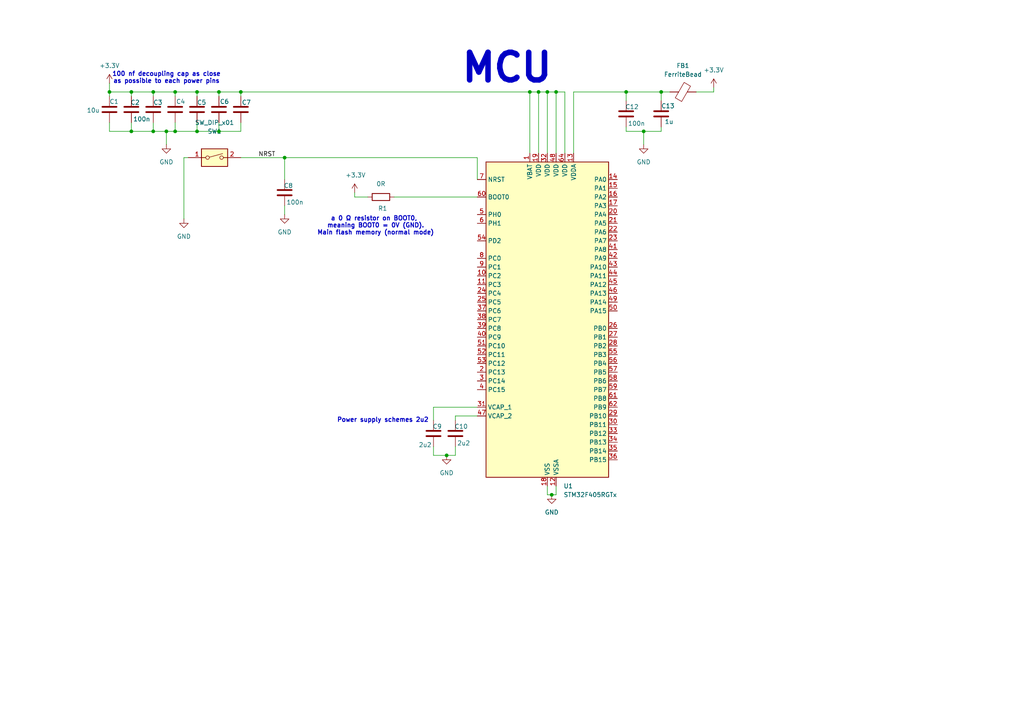
<source format=kicad_sch>
(kicad_sch (version 20250114) (generator "eeschema") (generator_version "9.0")
  (paper "A4")
  (lib_symbols
    (symbol "Device:C" (pin_numbers (hide yes)) (pin_names (offset 0.254))
      (property "Reference" "C" (at 0.635 2.54 0))
      (property "Value" "C" (at 0.635 -2.54 0))
      (symbol "C_0_1"
        (polyline (pts (xy -2.032 0.762) (xy 2.032 0.762)) (stroke (width 0.508)))
        (polyline (pts (xy -2.032 -0.762) (xy 2.032 -0.762)) (stroke (width 0.508)))
      )
      (symbol "C_1_1"
        (pin passive line (at 0 3.81 270) (length 2.794) (name "~") (number "1"))
        (pin passive line (at 0 -3.81 90) (length 2.794) (name "~") (number "2"))
      )
    )
    (symbol "Device:FerriteBead" (pin_numbers (hide yes)) (pin_names (offset 0))
      (property "Reference" "FB" (at -3.81 0.635 90))
      (property "Value" "FerriteBead" (at 3.81 0 90))
      (symbol "FerriteBead_0_1"
        (polyline (pts (xy -2.7686 0.4064) (xy -1.7018 2.2606) (xy 2.7686 -0.3048) (xy 1.6764 -2.159) (xy -2.7686 0.4064)))
        (polyline (pts (xy 0 1.27) (xy 0 1.2954)))
        (polyline (pts (xy 0 -1.27) (xy 0 -1.2192)))
      )
      (symbol "FerriteBead_1_1"
        (pin passive line (at 0 3.81 270) (length 2.54) (name "~") (number "1"))
        (pin passive line (at 0 -3.81 90) (length 2.54) (name "~") (number "2"))
      )
    )
    (symbol "Device:R" (pin_numbers (hide yes)) (pin_names (offset 0))
      (property "Reference" "R" (at 2.032 0 90))
      (property "Value" "R" (at 0 0 90))
      (symbol "R_0_1"
        (rectangle (start -1.016 -2.54) (end 1.016 2.54) (stroke (width 0.254)))
      )
      (symbol "R_1_1"
        (pin passive line (at 0 3.81 270) (length 1.27) (name "~") (number "1"))
        (pin passive line (at 0 -3.81 90) (length 1.27) (name "~") (number "2"))
      )
    )
    (symbol "MCU_ST_STM32F4:STM32F405RGTx"
      (property "Reference" "U" (at -17.78 46.99 0))
      (property "Value" "STM32F405RGTx" (at 10.16 46.99 0))
      (symbol "STM32F405RGTx_0_1"
        (rectangle (start -17.78 -45.72) (end 17.78 45.72) (stroke (width 0.254)) (fill (type background)))
      )
      (symbol "STM32F405RGTx_1_1"
        (pin input line (at -20.32 40.64 0) (length 2.54) (name "NRST") (number "7"))
        (pin input line (at -20.32 35.56 0) (length 2.54) (name "BOOT0") (number "60"))
        (pin bidirectional line (at -20.32 30.48 0) (length 2.54) (name "PH0") (number "5"))
        (pin bidirectional line (at -20.32 27.94 0) (length 2.54) (name "PH1") (number "6"))
        (pin bidirectional line (at -20.32 22.86 0) (length 2.54) (name "PD2") (number "54"))
        (pin bidirectional line (at -20.32 17.78 0) (length 2.54) (name "PC0") (number "8"))
        (pin bidirectional line (at -20.32 15.24 0) (length 2.54) (name "PC1") (number "9"))
        (pin bidirectional line (at -20.32 12.7 0) (length 2.54) (name "PC2") (number "10"))
        (pin bidirectional line (at -20.32 10.16 0) (length 2.54) (name "PC3") (number "11"))
        (pin bidirectional line (at -20.32 7.62 0) (length 2.54) (name "PC4") (number "24"))
        (pin bidirectional line (at -20.32 5.08 0) (length 2.54) (name "PC5") (number "25"))
        (pin bidirectional line (at -20.32 2.54 0) (length 2.54) (name "PC6") (number "37"))
        (pin bidirectional line (at -20.32 0 0) (length 2.54) (name "PC7") (number "38"))
        (pin bidirectional line (at -20.32 -2.54 0) (length 2.54) (name "PC8") (number "39"))
        (pin bidirectional line (at -20.32 -5.08 0) (length 2.54) (name "PC9") (number "40"))
        (pin bidirectional line (at -20.32 -7.62 0) (length 2.54) (name "PC10") (number "51"))
        (pin bidirectional line (at -20.32 -10.16 0) (length 2.54) (name "PC11") (number "52"))
        (pin bidirectional line (at -20.32 -12.7 0) (length 2.54) (name "PC12") (number "53"))
        (pin bidirectional line (at -20.32 -15.24 0) (length 2.54) (name "PC13") (number "2"))
        (pin bidirectional line (at -20.32 -17.78 0) (length 2.54) (name "PC14") (number "3"))
        (pin bidirectional line (at -20.32 -20.32 0) (length 2.54) (name "PC15") (number "4"))
        (pin power_out line (at -20.32 -25.4 0) (length 2.54) (name "VCAP_1") (number "31"))
        (pin power_out line (at -20.32 -27.94 0) (length 2.54) (name "VCAP_2") (number "47"))
        (pin power_in line (at -5.08 48.26 270) (length 2.54) (name "VBAT") (number "1"))
        (pin power_in line (at -2.54 48.26 270) (length 2.54) (name "VDD") (number "19"))
        (pin power_in line (at 0 48.26 270) (length 2.54) (name "VDD") (number "32"))
        (pin power_in line (at 0 -48.26 90) (length 2.54) (name "VSS") (number "18"))
        (pin passive line (at 0 -48.26 90) (length 2.54) (hide yes) (name "VSS") (number "63"))
        (pin power_in line (at 2.54 48.26 270) (length 2.54) (name "VDD") (number "48"))
        (pin power_in line (at 2.54 -48.26 90) (length 2.54) (name "VSSA") (number "12"))
        (pin power_in line (at 5.08 48.26 270) (length 2.54) (name "VDD") (number "64"))
        (pin power_in line (at 7.62 48.26 270) (length 2.54) (name "VDDA") (number "13"))
        (pin bidirectional line (at 20.32 40.64 180) (length 2.54) (name "PA0") (number "14"))
        (pin bidirectional line (at 20.32 38.1 180) (length 2.54) (name "PA1") (number "15"))
        (pin bidirectional line (at 20.32 35.56 180) (length 2.54) (name "PA2") (number "16"))
        (pin bidirectional line (at 20.32 33.02 180) (length 2.54) (name "PA3") (number "17"))
        (pin bidirectional line (at 20.32 30.48 180) (length 2.54) (name "PA4") (number "20"))
        (pin bidirectional line (at 20.32 27.94 180) (length 2.54) (name "PA5") (number "21"))
        (pin bidirectional line (at 20.32 25.4 180) (length 2.54) (name "PA6") (number "22"))
        (pin bidirectional line (at 20.32 22.86 180) (length 2.54) (name "PA7") (number "23"))
        (pin bidirectional line (at 20.32 20.32 180) (length 2.54) (name "PA8") (number "41"))
        (pin bidirectional line (at 20.32 17.78 180) (length 2.54) (name "PA9") (number "42"))
        (pin bidirectional line (at 20.32 15.24 180) (length 2.54) (name "PA10") (number "43"))
        (pin bidirectional line (at 20.32 12.7 180) (length 2.54) (name "PA11") (number "44"))
        (pin bidirectional line (at 20.32 10.16 180) (length 2.54) (name "PA12") (number "45"))
        (pin bidirectional line (at 20.32 7.62 180) (length 2.54) (name "PA13") (number "46"))
        (pin bidirectional line (at 20.32 5.08 180) (length 2.54) (name "PA14") (number "49"))
        (pin bidirectional line (at 20.32 2.54 180) (length 2.54) (name "PA15") (number "50"))
        (pin bidirectional line (at 20.32 -2.54 180) (length 2.54) (name "PB0") (number "26"))
        (pin bidirectional line (at 20.32 -5.08 180) (length 2.54) (name "PB1") (number "27"))
        (pin bidirectional line (at 20.32 -7.62 180) (length 2.54) (name "PB2") (number "28"))
        (pin bidirectional line (at 20.32 -10.16 180) (length 2.54) (name "PB3") (number "55"))
        (pin bidirectional line (at 20.32 -12.7 180) (length 2.54) (name "PB4") (number "56"))
        (pin bidirectional line (at 20.32 -15.24 180) (length 2.54) (name "PB5") (number "57"))
        (pin bidirectional line (at 20.32 -17.78 180) (length 2.54) (name "PB6") (number "58"))
        (pin bidirectional line (at 20.32 -20.32 180) (length 2.54) (name "PB7") (number "59"))
        (pin bidirectional line (at 20.32 -22.86 180) (length 2.54) (name "PB8") (number "61"))
        (pin bidirectional line (at 20.32 -25.4 180) (length 2.54) (name "PB9") (number "62"))
        (pin bidirectional line (at 20.32 -27.94 180) (length 2.54) (name "PB10") (number "29"))
        (pin bidirectional line (at 20.32 -30.48 180) (length 2.54) (name "PB11") (number "30"))
        (pin bidirectional line (at 20.32 -33.02 180) (length 2.54) (name "PB12") (number "33"))
        (pin bidirectional line (at 20.32 -35.56 180) (length 2.54) (name "PB13") (number "34"))
        (pin bidirectional line (at 20.32 -38.1 180) (length 2.54) (name "PB14") (number "35"))
        (pin bidirectional line (at 20.32 -40.64 180) (length 2.54) (name "PB15") (number "36"))
      )
    )
    (symbol "Switch:SW_DIP_x01" (pin_names (offset 0) (hide yes))
      (property "Reference" "SW" (at 0 3.81 0))
      (property "Value" "SW_DIP_x01" (at 0 -3.81 0))
      (symbol "SW_DIP_x01_0_0"
        (circle (center -2.032 0) (radius 0.508))
        (polyline (pts (xy -1.524 0.127) (xy 2.3622 1.1684)))
        (circle (center 2.032 0) (radius 0.508))
      )
      (symbol "SW_DIP_x01_0_1"
        (rectangle (start -3.81 2.54) (end 3.81 -2.54) (stroke (width 0.254)) (fill (type background)))
      )
      (symbol "SW_DIP_x01_1_1"
        (pin passive line (at -7.62 0 0) (length 5.08) (name "~") (number "1"))
        (pin passive line (at 7.62 0 180) (length 5.08) (name "~") (number "2"))
      )
    )
    (symbol "power:+3.3V" (power) (pin_numbers (hide yes)) (pin_names (offset 0) (hide yes))
      (property "Value" "+3.3V" (at 0 3.556 0))
      (symbol "+3.3V_0_1"
        (polyline (pts (xy -0.762 1.27) (xy 0 2.54)))
        (polyline (pts (xy 0 2.54) (xy 0.762 1.27)))
        (polyline (pts (xy 0 0) (xy 0 2.54)))
      )
      (symbol "+3.3V_1_1"
        (pin power_in line (at 0 0 90) (length 0) (name "~") (number "1"))
      )
    )
    (symbol "power:GND" (power) (pin_numbers (hide yes)) (pin_names (offset 0) (hide yes))
      (property "Value" "GND" (at 0 -3.81 0))
      (symbol "GND_0_1"
        (polyline (pts (xy 0 0) (xy 0 -1.27) (xy 1.27 -1.27) (xy 0 -2.54) (xy -1.27 -1.27) (xy 0 -1.27)))
      )
      (symbol "GND_1_1"
        (pin power_in line (at 0 0 270) (length 0) (name "~") (number "1"))
      )
    )
  )
  (text "100 nf decoupling cap as close \nas possible to each power pins " (at 48.768 22.606 0) (effects (font (size 1.27 1.27) (thickness 0.254) (bold yes))))
  (text "a 0 Ω resistor on BOOT0, \nmeaning BOOT0 = 0V (GND).\nMain flash memory (normal mode)" (at 108.966 65.532 0) (effects (font (size 1.27 1.27) (thickness 0.254) (bold yes))))
  (text "Power supply schemes 2u2  " (at 112.014 121.92 0) (effects (font (size 1.27 1.27) (thickness 0.254) (bold yes))))
  (text "MCU" (at 147.066 19.812 0) (effects (font (size 8 8) (thickness 1.6) (bold yes))))
  (junction (at 186.69 38.1))
  (junction (at 38.1 38.1))
  (junction (at 44.45 26.67))
  (junction (at 57.15 38.1))
  (junction (at 160.02 143.51))
  (junction (at 158.75 26.67))
  (junction (at 50.8 26.67))
  (junction (at 181.61 26.67))
  (junction (at 153.67 26.67))
  (junction (at 69.85 26.67))
  (junction (at 57.15 26.67))
  (junction (at 82.55 45.72))
  (junction (at 38.1 26.67))
  (junction (at 63.5 26.67))
  (junction (at 129.54 132.08))
  (junction (at 44.45 38.1))
  (junction (at 156.21 26.67))
  (junction (at 161.29 26.67))
  (junction (at 191.77 26.67))
  (junction (at 31.75 26.67))
  (junction (at 48.26 38.1))
  (junction (at 63.5 38.1))
  (junction (at 50.8 38.1))
  (wire (pts (xy 201.93 26.67) (xy 207.01 26.67)))
  (wire (pts (xy 44.45 26.67) (xy 50.8 26.67)))
  (wire (pts (xy 48.26 38.1) (xy 48.26 41.91)))
  (wire (pts (xy 153.67 26.67) (xy 156.21 26.67)))
  (wire (pts (xy 82.55 45.72) (xy 82.55 52.07)))
  (wire (pts (xy 181.61 29.21) (xy 181.61 26.67)))
  (wire (pts (xy 125.73 129.54) (xy 125.73 132.08)))
  (wire (pts (xy 132.08 132.08) (xy 129.54 132.08)))
  (wire (pts (xy 57.15 26.67) (xy 63.5 26.67)))
  (wire (pts (xy 166.37 26.67) (xy 166.37 44.45)))
  (wire (pts (xy 114.3 57.15) (xy 138.43 57.15)))
  (wire (pts (xy 186.69 38.1) (xy 191.77 38.1)))
  (wire (pts (xy 166.37 26.67) (xy 181.61 26.67)))
  (wire (pts (xy 181.61 38.1) (xy 186.69 38.1)))
  (wire (pts (xy 153.67 26.67) (xy 153.67 44.45)))
  (wire (pts (xy 191.77 38.1) (xy 191.77 36.83)))
  (wire (pts (xy 125.73 118.11) (xy 125.73 121.92)))
  (wire (pts (xy 82.55 45.72) (xy 138.43 45.72)))
  (wire (pts (xy 69.85 26.67) (xy 153.67 26.67)))
  (wire (pts (xy 161.29 143.51) (xy 160.02 143.51)))
  (wire (pts (xy 138.43 118.11) (xy 125.73 118.11)))
  (wire (pts (xy 156.21 26.67) (xy 156.21 44.45)))
  (wire (pts (xy 181.61 36.83) (xy 181.61 38.1)))
  (wire (pts (xy 138.43 120.65) (xy 132.08 120.65)))
  (wire (pts (xy 48.26 38.1) (xy 50.8 38.1)))
  (wire (pts (xy 181.61 26.67) (xy 191.77 26.67)))
  (wire (pts (xy 63.5 35.56) (xy 63.5 38.1)))
  (wire (pts (xy 50.8 27.94) (xy 50.8 26.67)))
  (wire (pts (xy 63.5 26.67) (xy 69.85 26.67)))
  (wire (pts (xy 50.8 35.56) (xy 50.8 38.1)))
  (wire (pts (xy 158.75 26.67) (xy 161.29 26.67)))
  (wire (pts (xy 54.61 45.72) (xy 53.34 45.72)))
  (wire (pts (xy 57.15 27.94) (xy 57.15 26.67)))
  (wire (pts (xy 158.75 26.67) (xy 158.75 44.45)))
  (wire (pts (xy 69.85 45.72) (xy 82.55 45.72)))
  (wire (pts (xy 158.75 140.97) (xy 158.75 143.51)))
  (wire (pts (xy 57.15 35.56) (xy 57.15 38.1)))
  (wire (pts (xy 63.5 38.1) (xy 69.85 38.1)))
  (wire (pts (xy 63.5 27.94) (xy 63.5 26.67)))
  (wire (pts (xy 156.21 26.67) (xy 158.75 26.67)))
  (wire (pts (xy 44.45 38.1) (xy 48.26 38.1)))
  (wire (pts (xy 102.87 55.88) (xy 102.87 57.15)))
  (wire (pts (xy 31.75 35.56) (xy 31.75 38.1)))
  (wire (pts (xy 82.55 59.69) (xy 82.55 62.23)))
  (wire (pts (xy 69.85 27.94) (xy 69.85 26.67)))
  (wire (pts (xy 138.43 45.72) (xy 138.43 52.07)))
  (wire (pts (xy 161.29 26.67) (xy 163.83 26.67)))
  (wire (pts (xy 44.45 27.94) (xy 44.45 26.67)))
  (wire (pts (xy 125.73 132.08) (xy 129.54 132.08)))
  (wire (pts (xy 132.08 129.54) (xy 132.08 132.08)))
  (wire (pts (xy 158.75 143.51) (xy 160.02 143.51)))
  (wire (pts (xy 163.83 26.67) (xy 163.83 44.45)))
  (wire (pts (xy 57.15 38.1) (xy 63.5 38.1)))
  (wire (pts (xy 44.45 35.56) (xy 44.45 38.1)))
  (wire (pts (xy 31.75 38.1) (xy 38.1 38.1)))
  (wire (pts (xy 191.77 26.67) (xy 191.77 29.21)))
  (wire (pts (xy 186.69 38.1) (xy 186.69 41.91)))
  (wire (pts (xy 207.01 25.4) (xy 207.01 26.67)))
  (wire (pts (xy 31.75 26.67) (xy 38.1 26.67)))
  (wire (pts (xy 53.34 45.72) (xy 53.34 63.5)))
  (wire (pts (xy 132.08 120.65) (xy 132.08 121.92)))
  (wire (pts (xy 50.8 26.67) (xy 57.15 26.67)))
  (wire (pts (xy 38.1 26.67) (xy 44.45 26.67)))
  (wire (pts (xy 50.8 38.1) (xy 57.15 38.1)))
  (wire (pts (xy 161.29 140.97) (xy 161.29 143.51)))
  (wire (pts (xy 31.75 24.13) (xy 31.75 26.67)))
  (wire (pts (xy 69.85 38.1) (xy 69.85 35.56)))
  (wire (pts (xy 191.77 26.67) (xy 194.31 26.67)))
  (wire (pts (xy 31.75 27.94) (xy 31.75 26.67)))
  (wire (pts (xy 38.1 35.56) (xy 38.1 38.1)))
  (wire (pts (xy 38.1 27.94) (xy 38.1 26.67)))
  (wire (pts (xy 38.1 38.1) (xy 44.45 38.1)))
  (wire (pts (xy 106.68 57.15) (xy 102.87 57.15)))
  (wire (pts (xy 161.29 26.67) (xy 161.29 44.45)))
  (label "NRST" (at 74.93 45.72 0) (effects (font (thickness 0.1588))))
  (symbol (lib_id "Device:C") (at 132.08 125.73 0) (unit 1)
    (property "Reference" "C10" (at 131.826 123.698 0) (effects (justify left)))
    (property "Value" "2u2" (at 132.588 128.524 0) (effects (justify left)))
    (property "Description" "Unpolarized capacitor" (effects (hide yes)))
  )
  (symbol (lib_id "Device:C") (at 44.45 31.75 0) (unit 1)
    (property "Reference" "C3" (at 44.45 29.718 0) (effects (justify left)))
    (property "Value" "100n" (effects (hide yes)))
    (property "Description" "Unpolarized capacitor" (effects (hide yes)))
  )
  (symbol (lib_id "power:GND") (at 186.69 41.91 0) (unit 1)
    (property "Reference" "#PWR09" (effects (hide yes)))
    (property "Value" "GND" (at 186.69 46.99 0))
    (property "Description" "Power symbol creates a global label with name \"GND\" , ground" (effects (hide yes)))
  )
  (symbol (lib_id "Switch:SW_DIP_x01") (at 62.23 45.72 0) (unit 1)
    (property "Reference" "SW1" (at 62.23 38.1 0))
    (property "Value" "SW_DIP_x01" (at 62.23 35.56 0))
    (property "Description" "1x DIP Switch, Single Pole Single Throw (SPST) switch, small symbol" (effects (hide yes)))
  )
  (symbol (lib_id "MCU_ST_STM32F4:STM32F405RGTx") (at 158.75 92.71 0) (unit 1)
    (property "Reference" "U1" (at 163.4333 140.97 0) (effects (justify left)))
    (property "Value" "STM32F405RGTx" (at 163.4333 143.51 0) (effects (justify left)))
    (property "Footprint" "Package_QFP:LQFP-64_10x10mm_P0.5mm" (effects (hide yes)))
    (property "Datasheet" "https://www.st.com/resource/en/datasheet/stm32f405rg.pdf" (effects (hide yes)))
    (property "Description" "STMicroelectronics Arm Cortex-M4 MCU, 1024KB flash, 192KB RAM, 168 MHz, 1.8-3.6V, 51 GPIO, LQFP64" (effects (hide yes)))
  )
  (symbol (lib_id "Device:C") (at 191.77 33.02 0) (unit 1)
    (property "Reference" "C13" (at 191.77 30.734 0) (effects (justify left)))
    (property "Value" "1u" (at 192.786 35.306 0) (effects (justify left)))
    (property "Description" "Unpolarized capacitor" (effects (hide yes)))
  )
  (symbol (lib_id "Device:FerriteBead") (at 198.12 26.67 90) (unit 1)
    (property "Reference" "FB1" (at 198.0692 19.05 90))
    (property "Value" "FerriteBead" (at 198.0692 21.59 90))
    (property "Description" "Ferrite bead" (effects (hide yes)))
  )
  (symbol (lib_id "Device:C") (at 38.1 31.75 0) (unit 1)
    (property "Reference" "C2" (at 37.846 29.718 0) (effects (justify left)))
    (property "Value" "100n" (at 38.608 34.544 0) (effects (justify left)))
    (property "Description" "Unpolarized capacitor" (effects (hide yes)))
  )
  (symbol (lib_id "power:GND") (at 82.55 62.23 0) (unit 1)
    (property "Reference" "#PWR04" (effects (hide yes)))
    (property "Value" "GND" (at 82.55 67.31 0))
    (property "Description" "Power symbol creates a global label with name \"GND\" , ground" (effects (hide yes)))
  )
  (symbol (lib_id "power:GND") (at 160.02 143.51 0) (unit 1)
    (property "Reference" "#PWR02" (effects (hide yes)))
    (property "Value" "GND" (at 160.02 148.59 0))
    (property "Description" "Power symbol creates a global label with name \"GND\" , ground" (effects (hide yes)))
  )
  (symbol (lib_id "Device:C") (at 69.85 31.75 0) (unit 1)
    (property "Reference" "C7" (at 70.104 29.718 0) (effects (justify left)))
    (property "Value" "100n" (effects (hide yes)))
    (property "Description" "Unpolarized capacitor" (effects (hide yes)))
  )
  (symbol (lib_id "power:+3.3V") (at 102.87 55.88 0) (unit 1)
    (property "Reference" "#PWR06" (effects (hide yes)))
    (property "Value" "+3.3V" (at 103.124 50.8 0))
    (property "Description" "Power symbol creates a global label with name \"+3.3V\"" (effects (hide yes)))
  )
  (symbol (lib_id "power:GND") (at 53.34 63.5 0) (unit 1)
    (property "Reference" "#PWR05" (effects (hide yes)))
    (property "Value" "GND" (at 53.34 68.58 0))
    (property "Description" "Power symbol creates a global label with name \"GND\" , ground" (effects (hide yes)))
  )
  (symbol (lib_id "Device:C") (at 57.15 31.75 0) (unit 1)
    (property "Reference" "C5" (at 57.15 29.718 0) (effects (justify left)))
    (property "Value" "100n" (effects (hide yes)))
    (property "Description" "Unpolarized capacitor" (effects (hide yes)))
  )
  (symbol (lib_id "Device:R") (at 110.49 57.15 90) (unit 1)
    (property "Reference" "R1" (at 110.998 60.452 90))
    (property "Value" "0R" (at 110.49 53.34 90))
    (property "Description" "Resistor" (effects (hide yes)))
  )
  (symbol (lib_id "Device:C") (at 181.61 33.02 0) (unit 1)
    (property "Reference" "C12" (at 181.356 30.988 0) (effects (justify left)))
    (property "Value" "100n" (at 182.118 35.814 0) (effects (justify left)))
    (property "Description" "Unpolarized capacitor" (effects (hide yes)))
  )
  (symbol (lib_id "Device:C") (at 63.5 31.75 0) (unit 1)
    (property "Reference" "C6" (at 63.754 29.464 0) (effects (justify left)))
    (property "Value" "100n" (effects (hide yes)))
    (property "Description" "Unpolarized capacitor" (effects (hide yes)))
  )
  (symbol (lib_id "power:+3.3V") (at 31.75 24.13 0) (unit 1)
    (property "Reference" "#PWR03" (effects (hide yes)))
    (property "Value" "+3.3V" (at 31.75 19.05 0))
    (property "Description" "Power symbol creates a global label with name \"+3.3V\"" (effects (hide yes)))
  )
  (symbol (lib_id "power:+3.3V") (at 207.01 25.4 0) (unit 1)
    (property "Reference" "#PWR08" (effects (hide yes)))
    (property "Value" "+3.3V" (at 207.01 20.32 0))
    (property "Description" "Power symbol creates a global label with name \"+3.3V\"" (effects (hide yes)))
  )
  (symbol (lib_id "Device:C") (at 31.75 31.75 0) (unit 1)
    (property "Reference" "C1" (at 31.75 29.464 0) (effects (justify left)))
    (property "Value" "10u" (at 25.146 32.004 0) (effects (justify left)))
    (property "Description" "Unpolarized capacitor" (effects (hide yes)))
  )
  (symbol (lib_id "Device:C") (at 82.55 55.88 0) (unit 1)
    (property "Reference" "C8" (at 82.296 53.848 0) (effects (justify left)))
    (property "Value" "100n" (at 83.058 58.674 0) (effects (justify left)))
    (property "Description" "Unpolarized capacitor" (effects (hide yes)))
  )
  (symbol (lib_id "power:GND") (at 48.26 41.91 0) (unit 1)
    (property "Reference" "#PWR01" (effects (hide yes)))
    (property "Value" "GND" (at 48.26 46.99 0))
    (property "Description" "Power symbol creates a global label with name \"GND\" , ground" (effects (hide yes)))
  )
  (symbol (lib_id "Device:C") (at 50.8 31.75 0) (unit 1)
    (property "Reference" "C4" (at 51.054 29.464 0) (effects (justify left)))
    (property "Value" "100n" (effects (hide yes)))
    (property "Description" "Unpolarized capacitor" (effects (hide yes)))
  )
  (symbol (lib_id "Device:C") (at 125.73 125.73 0) (unit 1)
    (property "Reference" "C9" (at 125.476 123.698 0) (effects (justify left)))
    (property "Value" "2u2" (at 121.412 129.032 0) (effects (justify left)))
    (property "Description" "Unpolarized capacitor" (effects (hide yes)))
  )
  (symbol (lib_id "power:GND") (at 129.54 132.08 0) (unit 1)
    (property "Reference" "#PWR07" (effects (hide yes)))
    (property "Value" "GND" (at 129.54 137.16 0))
    (property "Description" "Power symbol creates a global label with name \"GND\" , ground" (effects (hide yes)))
  )
)
</source>
